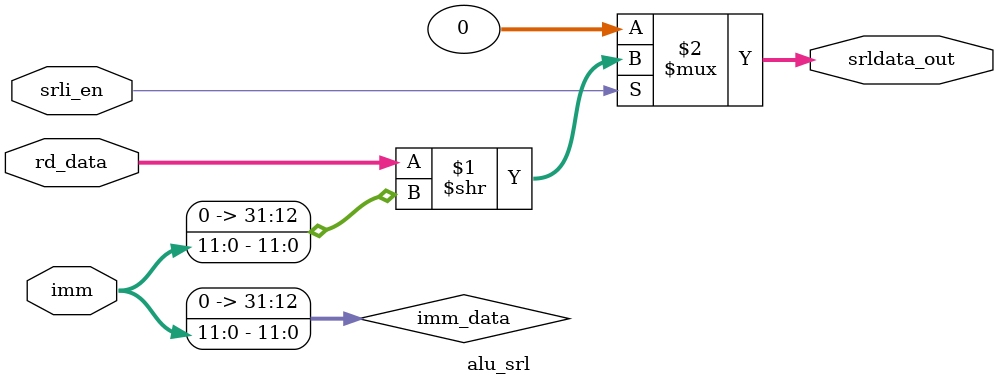
<source format=v>
module alu(addi_en,ori_en,xori_en,andi_en,slli_en,srli_en,srai_en,rd_data,imm,alu_out);

input wire addi_en,ori_en,xori_en,andi_en,slli_en,srli_en,srai_en;
input wire [31:0] rd_data;
input wire [11:0] imm;
output reg [31:0] alu_out;

wire [31:0] adddata_out,ordata_out,xordata_out,anddata_out,slldata_out,srldata_out,sradata_out;

alu_add  u1(.rd_data(rd_data),.imm(imm),.adddata_out(adddata_out),.addi_en(addi_en));
alu_or   u2(.rd_data(rd_data),.imm(imm),.ordata_out(ordata_out),.ori_en(ori_en));
alu_xor  u3(.rd_data(rd_data),.imm(imm),.xordata_out(xordata_out),.xori_en(xori_en));
alu_and  u4(.rd_data(rd_data),.imm(imm),.anddata_out(anddata_out),.andi_en(andi_en));
alu_sll  u5(.rd_data(rd_data),.imm(imm),.slldata_out(slldata_out),.slli_en(slli_en));
alu_srl  u6(.rd_data(rd_data),.imm(imm),.srldata_out(srldata_out),.srli_en(srli_en));
alu_sra  u7(.rd_data(rd_data),.imm(imm),.sradata_out(sradata_out),.srai_en(srai_en));

always@(*)
begin
case({addi_en,ori_en,xori_en,andi_en,slli_en,srli_en,srai_en})

7'b1000000 : alu_out<=adddata_out;
7'b0100000 : alu_out<=ordata_out;
7'b0010000 : alu_out<=xordata_out;
7'b0001000 : alu_out<=anddata_out;
7'b0000100 : alu_out<=slldata_out;
7'b0000010 : alu_out<=srldata_out;
7'b0000001 : alu_out<=sradata_out;


default : alu_out<=0;
endcase
end
endmodule

//add
module alu_add(
input [31:0]rd_data,
input [11:0] imm,
output [31:0] adddata_out,
input addi_en
);

wire [31:0] imm_data;
assign imm_data = {20'b0,imm};
assign adddata_out= addi_en?(rd_data + imm_data):0;
endmodule

//or
module alu_or(
input [31:0]rd_data,
input [11:0] imm,
output [31:0] ordata_out,

input ori_en
);

wire [31:0] imm_data;
assign imm_data = {20'b0,imm};
assign ordata_out = ori_en?(rd_data | imm_data):0;
endmodule

//xor
module alu_xor(
input [31:0]rd_data,
input [11:0] imm,
output [31:0] xordata_out,

input xori_en
);

wire [31:0] imm_data;
assign imm_data = {20'b0,imm};
assign xordata_out = xori_en?(rd_data^imm_data):0;
endmodule

//and
module alu_and(
input [31:0]rd_data,
input [11:0] imm,
output[31:0] anddata_out,

input andi_en
);

wire [31:0] imm_data;
assign imm_data = {20'b0,imm};
assign anddata_out=andi_en?(rd_data & imm_data):0;
endmodule


//sll.........................................
module alu_sll(
input [31:0]rd_data,
input [11:0] imm,
output [31:0] slldata_out,

input slli_en
);

wire [31:0] imm_data;
assign imm_data = {20'b0,imm};
assign slldata_out=slli_en?(rd_data << imm_data):0;
endmodule

//sra.......................................................
module alu_sra(
input [31:0]rd_data,
input [11:0] imm,
output [31:0] sradata_out,

input srai_en
);

wire [31:0] imm_data;
assign imm_data = {20'b0,imm};
assign sradata_out=srai_en?(rd_data >>> imm_data):0;
endmodule

//srl......................................................
module alu_srl(
input [31:0]rd_data,
input [11:0] imm,
output [31:0] srldata_out,

input srli_en
);

wire [31:0] imm_data;
assign imm_data = {20'b0,imm};
assign srldata_out=srli_en?(rd_data >> imm_data):0;
endmodule



</source>
